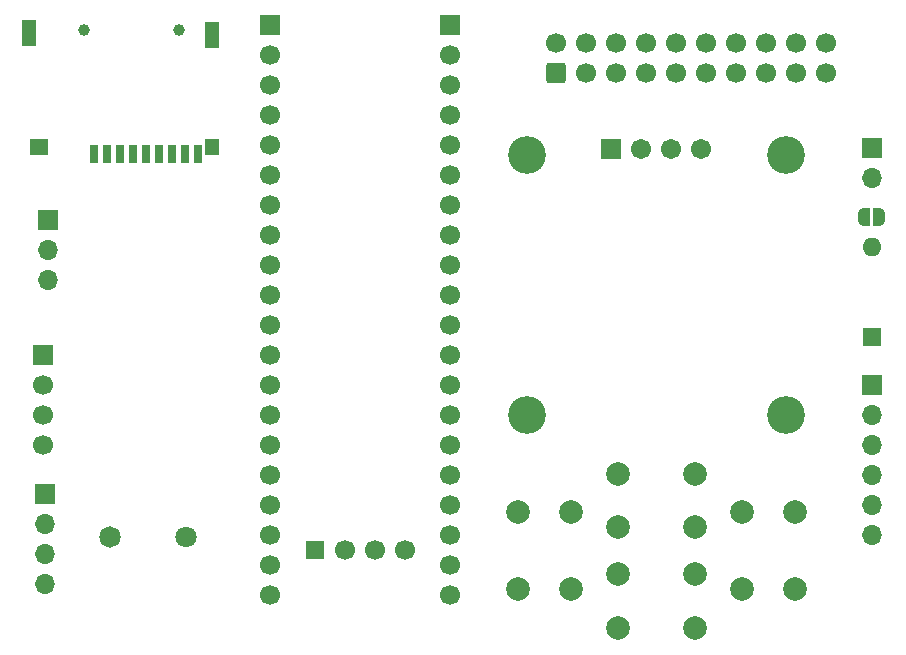
<source format=gbr>
%TF.GenerationSoftware,KiCad,Pcbnew,9.0.1*%
%TF.CreationDate,2025-05-04T19:13:47+02:00*%
%TF.ProjectId,sdiskII_stm32,73646973-6b49-4495-9f73-746d33322e6b,3*%
%TF.SameCoordinates,Original*%
%TF.FileFunction,Soldermask,Top*%
%TF.FilePolarity,Negative*%
%FSLAX46Y46*%
G04 Gerber Fmt 4.6, Leading zero omitted, Abs format (unit mm)*
G04 Created by KiCad (PCBNEW 9.0.1) date 2025-05-04 19:13:47*
%MOMM*%
%LPD*%
G01*
G04 APERTURE LIST*
G04 Aperture macros list*
%AMRoundRect*
0 Rectangle with rounded corners*
0 $1 Rounding radius*
0 $2 $3 $4 $5 $6 $7 $8 $9 X,Y pos of 4 corners*
0 Add a 4 corners polygon primitive as box body*
4,1,4,$2,$3,$4,$5,$6,$7,$8,$9,$2,$3,0*
0 Add four circle primitives for the rounded corners*
1,1,$1+$1,$2,$3*
1,1,$1+$1,$4,$5*
1,1,$1+$1,$6,$7*
1,1,$1+$1,$8,$9*
0 Add four rect primitives between the rounded corners*
20,1,$1+$1,$2,$3,$4,$5,0*
20,1,$1+$1,$4,$5,$6,$7,0*
20,1,$1+$1,$6,$7,$8,$9,0*
20,1,$1+$1,$8,$9,$2,$3,0*%
%AMFreePoly0*
4,1,23,0.500000,-0.750000,0.000000,-0.750000,0.000000,-0.745722,-0.065263,-0.745722,-0.191342,-0.711940,-0.304381,-0.646677,-0.396677,-0.554381,-0.461940,-0.441342,-0.495722,-0.315263,-0.495722,-0.250000,-0.500000,-0.250000,-0.500000,0.250000,-0.495722,0.250000,-0.495722,0.315263,-0.461940,0.441342,-0.396677,0.554381,-0.304381,0.646677,-0.191342,0.711940,-0.065263,0.745722,0.000000,0.745722,
0.000000,0.750000,0.500000,0.750000,0.500000,-0.750000,0.500000,-0.750000,$1*%
%AMFreePoly1*
4,1,23,0.000000,0.745722,0.065263,0.745722,0.191342,0.711940,0.304381,0.646677,0.396677,0.554381,0.461940,0.441342,0.495722,0.315263,0.495722,0.250000,0.500000,0.250000,0.500000,-0.250000,0.495722,-0.250000,0.495722,-0.315263,0.461940,-0.441342,0.396677,-0.554381,0.304381,-0.646677,0.191342,-0.711940,0.065263,-0.745722,0.000000,-0.745722,0.000000,-0.750000,-0.500000,-0.750000,
-0.500000,0.750000,0.000000,0.750000,0.000000,0.745722,0.000000,0.745722,$1*%
G04 Aperture macros list end*
%ADD10RoundRect,0.250000X0.600000X-0.600000X0.600000X0.600000X-0.600000X0.600000X-0.600000X-0.600000X0*%
%ADD11C,1.700000*%
%ADD12R,1.600000X1.600000*%
%ADD13O,1.600000X1.600000*%
%ADD14R,1.700000X1.700000*%
%ADD15O,1.700000X1.700000*%
%ADD16C,2.000000*%
%ADD17C,1.824000*%
%ADD18C,1.800000*%
%ADD19R,1.524000X1.524000*%
%ADD20FreePoly0,180.000000*%
%ADD21FreePoly1,180.000000*%
%ADD22RoundRect,0.102000X-0.754000X-0.754000X0.754000X-0.754000X0.754000X0.754000X-0.754000X0.754000X0*%
%ADD23C,1.712000*%
%ADD24C,3.204000*%
%ADD25R,1.600000X1.400000*%
%ADD26C,1.000000*%
%ADD27R,1.200000X2.200000*%
%ADD28R,0.700000X1.600000*%
%ADD29R,1.200000X1.400000*%
G04 APERTURE END LIST*
D10*
%TO.C,J2*%
X178290000Y-92490000D03*
D11*
X178290000Y-89950000D03*
X180830000Y-92490000D03*
X180830000Y-89950000D03*
X183370000Y-92490000D03*
X183370000Y-89950000D03*
X185910000Y-92490000D03*
X185910000Y-89950000D03*
X188450000Y-92490000D03*
X188450000Y-89950000D03*
X190990000Y-92490000D03*
X190990000Y-89950000D03*
X193530000Y-92490000D03*
X193530000Y-89950000D03*
X196070000Y-92490000D03*
X196070000Y-89950000D03*
X198610000Y-92490000D03*
X198610000Y-89950000D03*
X201150000Y-92490000D03*
X201150000Y-89950000D03*
%TD*%
D12*
%TO.C,D1*%
X205000000Y-114840000D03*
D13*
X205000000Y-107220000D03*
%TD*%
D14*
%TO.C,J5*%
X134880000Y-116370000D03*
D11*
X134880000Y-118910000D03*
X134880000Y-121450000D03*
X134880000Y-123990000D03*
%TD*%
D14*
%TO.C,J3*%
X205030000Y-118910000D03*
D15*
X205030000Y-121450000D03*
X205030000Y-123990000D03*
X205030000Y-126530000D03*
X205030000Y-129070000D03*
X205030000Y-131610000D03*
%TD*%
D16*
%TO.C,UP1*%
X190040000Y-130950000D03*
X183540000Y-130950000D03*
X190040000Y-126450000D03*
X183540000Y-126450000D03*
%TD*%
D17*
%TO.C,BZ1*%
X140500000Y-131750000D03*
D18*
X147000000Y-131750000D03*
%TD*%
D14*
%TO.C,J4*%
X135240000Y-104975000D03*
D15*
X135240000Y-107515000D03*
X135240000Y-110055000D03*
%TD*%
D14*
%TO.C,\u03BCC1*%
X154050000Y-88440000D03*
D11*
X154050000Y-90980000D03*
X154050000Y-93520000D03*
X154050000Y-96060000D03*
X154050000Y-98600000D03*
X154050000Y-101140000D03*
X154050000Y-103680000D03*
X154050000Y-106220000D03*
X154050000Y-108760000D03*
X154050000Y-111300000D03*
X154050000Y-113840000D03*
X154050000Y-116380000D03*
X154050000Y-118920000D03*
X154050000Y-121460000D03*
X154050000Y-124000000D03*
X154050000Y-126540000D03*
X154050000Y-129080000D03*
X154050000Y-131620000D03*
X154050000Y-134160000D03*
X154050000Y-136700000D03*
X169290000Y-136700000D03*
X169290000Y-134160000D03*
X169290000Y-131620000D03*
X169290000Y-129080000D03*
X169290000Y-126540000D03*
X169290000Y-124000000D03*
X169290000Y-121460000D03*
X169290000Y-118920000D03*
X169290000Y-116380000D03*
X169290000Y-113840000D03*
X169290000Y-111300000D03*
X169290000Y-108760000D03*
X169290000Y-106220000D03*
X169290000Y-103680000D03*
X169290000Y-101140000D03*
X169290000Y-98600000D03*
X169290000Y-96060000D03*
X169290000Y-93520000D03*
X169290000Y-90980000D03*
D14*
X169290000Y-88440000D03*
D19*
X157860000Y-132890000D03*
D11*
X160400000Y-132890000D03*
X162940000Y-132890000D03*
X165480000Y-132890000D03*
%TD*%
D20*
%TO.C,JP1*%
X205650000Y-104680000D03*
D21*
X204350000Y-104680000D03*
%TD*%
D14*
%TO.C,J1*%
X205000000Y-98810000D03*
D15*
X205000000Y-101350000D03*
%TD*%
D16*
%TO.C,ENTR1*%
X198540000Y-129700000D03*
X198540000Y-136200000D03*
X194040000Y-129700000D03*
X194040000Y-136200000D03*
%TD*%
D14*
%TO.C,J6*%
X135000000Y-128180000D03*
D15*
X135000000Y-130720000D03*
X135000000Y-133260000D03*
X135000000Y-135800000D03*
%TD*%
D22*
%TO.C,U8*%
X182980000Y-98950000D03*
D23*
X185520000Y-98950000D03*
X188060000Y-98950000D03*
X190600000Y-98950000D03*
D24*
X175790000Y-99450000D03*
X197790000Y-99450000D03*
X197790000Y-121450000D03*
X175790000Y-121450000D03*
%TD*%
D25*
%TO.C,U2*%
X134540000Y-98750000D03*
D26*
X138340000Y-88850000D03*
X146340000Y-88850000D03*
D27*
X149140000Y-89250000D03*
D28*
X139140000Y-99350000D03*
X140240000Y-99350000D03*
X141340000Y-99350000D03*
X142440000Y-99350000D03*
X143540000Y-99350000D03*
X144640000Y-99350000D03*
X145740000Y-99350000D03*
X146840000Y-99350000D03*
X147940000Y-99350000D03*
D29*
X149140000Y-98750000D03*
D27*
X133640000Y-89150000D03*
%TD*%
D16*
%TO.C,RET1*%
X179540000Y-129700000D03*
X179540000Y-136200000D03*
X175040000Y-129700000D03*
X175040000Y-136200000D03*
%TD*%
%TO.C,DOWN1*%
X183540000Y-134950000D03*
X190040000Y-134950000D03*
X183540000Y-139450000D03*
X190040000Y-139450000D03*
%TD*%
M02*

</source>
